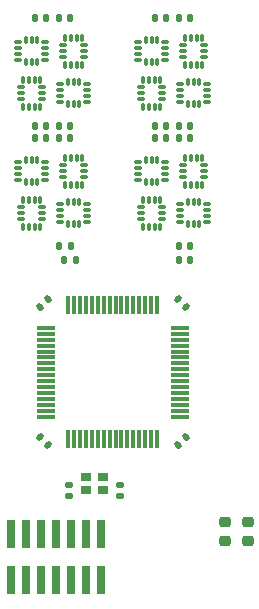
<source format=gbr>
%TF.GenerationSoftware,KiCad,Pcbnew,8.0.3-8.0.3-0~ubuntu22.04.1*%
%TF.CreationDate,2024-07-27T12:22:20+09:00*%
%TF.ProjectId,IMUModule_STM32,494d554d-6f64-4756-9c65-5f53544d3332,rev?*%
%TF.SameCoordinates,Original*%
%TF.FileFunction,Paste,Top*%
%TF.FilePolarity,Positive*%
%FSLAX46Y46*%
G04 Gerber Fmt 4.6, Leading zero omitted, Abs format (unit mm)*
G04 Created by KiCad (PCBNEW 8.0.3-8.0.3-0~ubuntu22.04.1) date 2024-07-27 12:22:20*
%MOMM*%
%LPD*%
G01*
G04 APERTURE LIST*
G04 Aperture macros list*
%AMRoundRect*
0 Rectangle with rounded corners*
0 $1 Rounding radius*
0 $2 $3 $4 $5 $6 $7 $8 $9 X,Y pos of 4 corners*
0 Add a 4 corners polygon primitive as box body*
4,1,4,$2,$3,$4,$5,$6,$7,$8,$9,$2,$3,0*
0 Add four circle primitives for the rounded corners*
1,1,$1+$1,$2,$3*
1,1,$1+$1,$4,$5*
1,1,$1+$1,$6,$7*
1,1,$1+$1,$8,$9*
0 Add four rect primitives between the rounded corners*
20,1,$1+$1,$2,$3,$4,$5,0*
20,1,$1+$1,$4,$5,$6,$7,0*
20,1,$1+$1,$6,$7,$8,$9,0*
20,1,$1+$1,$8,$9,$2,$3,0*%
G04 Aperture macros list end*
%ADD10RoundRect,0.087500X-0.225000X-0.087500X0.225000X-0.087500X0.225000X0.087500X-0.225000X0.087500X0*%
%ADD11RoundRect,0.087500X-0.087500X-0.225000X0.087500X-0.225000X0.087500X0.225000X-0.087500X0.225000X0*%
%ADD12RoundRect,0.140000X-0.140000X-0.170000X0.140000X-0.170000X0.140000X0.170000X-0.140000X0.170000X0*%
%ADD13RoundRect,0.140000X0.140000X0.170000X-0.140000X0.170000X-0.140000X-0.170000X0.140000X-0.170000X0*%
%ADD14R,0.900000X0.800000*%
%ADD15RoundRect,0.140000X-0.170000X0.140000X-0.170000X-0.140000X0.170000X-0.140000X0.170000X0.140000X0*%
%ADD16RoundRect,0.218750X0.256250X-0.218750X0.256250X0.218750X-0.256250X0.218750X-0.256250X-0.218750X0*%
%ADD17R,0.740000X2.400000*%
%ADD18RoundRect,0.087500X-0.087500X0.225000X-0.087500X-0.225000X0.087500X-0.225000X0.087500X0.225000X0*%
%ADD19RoundRect,0.087500X-0.225000X0.087500X-0.225000X-0.087500X0.225000X-0.087500X0.225000X0.087500X0*%
%ADD20RoundRect,0.075000X0.075000X-0.700000X0.075000X0.700000X-0.075000X0.700000X-0.075000X-0.700000X0*%
%ADD21RoundRect,0.075000X0.700000X-0.075000X0.700000X0.075000X-0.700000X0.075000X-0.700000X-0.075000X0*%
%ADD22RoundRect,0.087500X0.087500X-0.225000X0.087500X0.225000X-0.087500X0.225000X-0.087500X-0.225000X0*%
%ADD23RoundRect,0.087500X0.225000X-0.087500X0.225000X0.087500X-0.225000X0.087500X-0.225000X-0.087500X0*%
%ADD24RoundRect,0.087500X0.225000X0.087500X-0.225000X0.087500X-0.225000X-0.087500X0.225000X-0.087500X0*%
%ADD25RoundRect,0.087500X0.087500X0.225000X-0.087500X0.225000X-0.087500X-0.225000X0.087500X-0.225000X0*%
%ADD26RoundRect,0.140000X0.170000X-0.140000X0.170000X0.140000X-0.170000X0.140000X-0.170000X-0.140000X0*%
%ADD27RoundRect,0.140000X-0.219203X-0.021213X-0.021213X-0.219203X0.219203X0.021213X0.021213X0.219203X0*%
%ADD28RoundRect,0.140000X0.021213X-0.219203X0.219203X-0.021213X-0.021213X0.219203X-0.219203X0.021213X0*%
G04 APERTURE END LIST*
D10*
%TO.C,U5*%
X14839500Y-13982000D03*
X14839500Y-14482000D03*
X14839500Y-14982000D03*
X14839500Y-15482000D03*
D11*
X15502000Y-15644500D03*
X16002000Y-15644500D03*
X16502000Y-15644500D03*
D10*
X17164500Y-15482000D03*
X17164500Y-14982000D03*
X17164500Y-14482000D03*
X17164500Y-13982000D03*
D11*
X16502000Y-13819500D03*
X16002000Y-13819500D03*
X15502000Y-13819500D03*
%TD*%
D12*
%TO.C,C24*%
X6124000Y-11938000D03*
X7084000Y-11938000D03*
%TD*%
D13*
%TO.C,C26*%
X9116000Y-11938000D03*
X8156000Y-11938000D03*
%TD*%
D14*
%TO.C,Y1*%
X10476000Y-41698000D03*
X11876000Y-41698000D03*
X11876000Y-40598000D03*
X10476000Y-40598000D03*
%TD*%
D10*
%TO.C,U13*%
X4679500Y-3822000D03*
X4679500Y-4322000D03*
X4679500Y-4822000D03*
X4679500Y-5322000D03*
D11*
X5342000Y-5484500D03*
X5842000Y-5484500D03*
X6342000Y-5484500D03*
D10*
X7004500Y-5322000D03*
X7004500Y-4822000D03*
X7004500Y-4322000D03*
X7004500Y-3822000D03*
D11*
X6342000Y-3659500D03*
X5842000Y-3659500D03*
X5342000Y-3659500D03*
%TD*%
D10*
%TO.C,U1*%
X14839500Y-3822000D03*
X14839500Y-4322000D03*
X14839500Y-4822000D03*
X14839500Y-5322000D03*
D11*
X15502000Y-5484500D03*
X16002000Y-5484500D03*
X16502000Y-5484500D03*
D10*
X17164500Y-5322000D03*
X17164500Y-4822000D03*
X17164500Y-4322000D03*
X17164500Y-3822000D03*
D11*
X16502000Y-3659500D03*
X16002000Y-3659500D03*
X15502000Y-3659500D03*
%TD*%
D12*
%TO.C,C29*%
X6124000Y-10922000D03*
X7084000Y-10922000D03*
%TD*%
D15*
%TO.C,C1*%
X9017000Y-41303000D03*
X9017000Y-42263000D03*
%TD*%
D16*
%TO.C,D3*%
X22225000Y-45999500D03*
X22225000Y-44424500D03*
%TD*%
D13*
%TO.C,C31*%
X9116000Y-10922000D03*
X8156000Y-10922000D03*
%TD*%
D17*
%TO.C,J1*%
X4064000Y-49366000D03*
X4064000Y-45466000D03*
X5334000Y-49366000D03*
X5334000Y-45466000D03*
X6604000Y-49366000D03*
X6604000Y-45466000D03*
X7874000Y-49366000D03*
X7874000Y-45466000D03*
X9144000Y-49366000D03*
X9144000Y-45466000D03*
X10414000Y-49366000D03*
X10414000Y-45466000D03*
X11684000Y-49366000D03*
X11684000Y-45466000D03*
%TD*%
D13*
%TO.C,C21*%
X19276000Y-22225000D03*
X18316000Y-22225000D03*
%TD*%
D18*
%TO.C,U2*%
X20308000Y-3409500D03*
X19808000Y-3409500D03*
X19308000Y-3409500D03*
X18808000Y-3409500D03*
D19*
X18645500Y-4072000D03*
X18645500Y-4572000D03*
X18645500Y-5072000D03*
D18*
X18808000Y-5734500D03*
X19308000Y-5734500D03*
X19808000Y-5734500D03*
X20308000Y-5734500D03*
D19*
X20470500Y-5072000D03*
X20470500Y-4572000D03*
X20470500Y-4072000D03*
%TD*%
D12*
%TO.C,C28*%
X6124000Y-1778000D03*
X7084000Y-1778000D03*
%TD*%
%TO.C,C19*%
X16284000Y-10922000D03*
X17244000Y-10922000D03*
%TD*%
D20*
%TO.C,U33*%
X8950000Y-37425000D03*
X9450000Y-37425000D03*
X9950000Y-37425000D03*
X10450000Y-37425000D03*
X10950000Y-37425000D03*
X11450000Y-37425000D03*
X11950000Y-37425000D03*
X12450000Y-37425000D03*
X12950000Y-37425000D03*
X13450000Y-37425000D03*
X13950000Y-37425000D03*
X14450000Y-37425000D03*
X14950000Y-37425000D03*
X15450000Y-37425000D03*
X15950000Y-37425000D03*
X16450000Y-37425000D03*
D21*
X18375000Y-35500000D03*
X18375000Y-35000000D03*
X18375000Y-34500000D03*
X18375000Y-34000000D03*
X18375000Y-33500000D03*
X18375000Y-33000000D03*
X18375000Y-32500000D03*
X18375000Y-32000000D03*
X18375000Y-31500000D03*
X18375000Y-31000000D03*
X18375000Y-30500000D03*
X18375000Y-30000000D03*
X18375000Y-29500000D03*
X18375000Y-29000000D03*
X18375000Y-28500000D03*
X18375000Y-28000000D03*
D20*
X16450000Y-26075000D03*
X15950000Y-26075000D03*
X15450000Y-26075000D03*
X14950000Y-26075000D03*
X14450000Y-26075000D03*
X13950000Y-26075000D03*
X13450000Y-26075000D03*
X12950000Y-26075000D03*
X12450000Y-26075000D03*
X11950000Y-26075000D03*
X11450000Y-26075000D03*
X10950000Y-26075000D03*
X10450000Y-26075000D03*
X9950000Y-26075000D03*
X9450000Y-26075000D03*
X8950000Y-26075000D03*
D21*
X7025000Y-28000000D03*
X7025000Y-28500000D03*
X7025000Y-29000000D03*
X7025000Y-29500000D03*
X7025000Y-30000000D03*
X7025000Y-30500000D03*
X7025000Y-31000000D03*
X7025000Y-31500000D03*
X7025000Y-32000000D03*
X7025000Y-32500000D03*
X7025000Y-33000000D03*
X7025000Y-33500000D03*
X7025000Y-34000000D03*
X7025000Y-34500000D03*
X7025000Y-35000000D03*
X7025000Y-35500000D03*
%TD*%
D22*
%TO.C,U4*%
X15252000Y-9290500D03*
X15752000Y-9290500D03*
X16252000Y-9290500D03*
X16752000Y-9290500D03*
D23*
X16914500Y-8628000D03*
X16914500Y-8128000D03*
X16914500Y-7628000D03*
D22*
X16752000Y-6965500D03*
X16252000Y-6965500D03*
X15752000Y-6965500D03*
X15252000Y-6965500D03*
D23*
X15089500Y-7628000D03*
X15089500Y-8128000D03*
X15089500Y-8628000D03*
%TD*%
D18*
%TO.C,U12*%
X10148000Y-13569500D03*
X9648000Y-13569500D03*
X9148000Y-13569500D03*
X8648000Y-13569500D03*
D19*
X8485500Y-14232000D03*
X8485500Y-14732000D03*
X8485500Y-15232000D03*
D18*
X8648000Y-15894500D03*
X9148000Y-15894500D03*
X9648000Y-15894500D03*
X10148000Y-15894500D03*
D19*
X10310500Y-15232000D03*
X10310500Y-14732000D03*
X10310500Y-14232000D03*
%TD*%
D22*
%TO.C,U14*%
X5092000Y-9290500D03*
X5592000Y-9290500D03*
X6092000Y-9290500D03*
X6592000Y-9290500D03*
D23*
X6754500Y-8628000D03*
X6754500Y-8128000D03*
X6754500Y-7628000D03*
D22*
X6592000Y-6965500D03*
X6092000Y-6965500D03*
X5592000Y-6965500D03*
X5092000Y-6965500D03*
D23*
X4929500Y-7628000D03*
X4929500Y-8128000D03*
X4929500Y-8628000D03*
%TD*%
D24*
%TO.C,U15*%
X10560500Y-8878000D03*
X10560500Y-8378000D03*
X10560500Y-7878000D03*
X10560500Y-7378000D03*
D25*
X9898000Y-7215500D03*
X9398000Y-7215500D03*
X8898000Y-7215500D03*
D24*
X8235500Y-7378000D03*
X8235500Y-7878000D03*
X8235500Y-8378000D03*
X8235500Y-8878000D03*
D25*
X8898000Y-9040500D03*
X9398000Y-9040500D03*
X9898000Y-9040500D03*
%TD*%
D13*
%TO.C,C23*%
X19276000Y-21082000D03*
X18316000Y-21082000D03*
%TD*%
%TO.C,C15*%
X19276000Y-10922000D03*
X18316000Y-10922000D03*
%TD*%
D10*
%TO.C,U9*%
X4679500Y-13982000D03*
X4679500Y-14482000D03*
X4679500Y-14982000D03*
X4679500Y-15482000D03*
D11*
X5342000Y-15644500D03*
X5842000Y-15644500D03*
X6342000Y-15644500D03*
D10*
X7004500Y-15482000D03*
X7004500Y-14982000D03*
X7004500Y-14482000D03*
X7004500Y-13982000D03*
D11*
X6342000Y-13819500D03*
X5842000Y-13819500D03*
X5342000Y-13819500D03*
%TD*%
D12*
%TO.C,C20*%
X16284000Y-11938000D03*
X17244000Y-11938000D03*
%TD*%
D22*
%TO.C,U10*%
X5092000Y-19450500D03*
X5592000Y-19450500D03*
X6092000Y-19450500D03*
X6592000Y-19450500D03*
D23*
X6754500Y-18788000D03*
X6754500Y-18288000D03*
X6754500Y-17788000D03*
D22*
X6592000Y-17125500D03*
X6092000Y-17125500D03*
X5592000Y-17125500D03*
X5092000Y-17125500D03*
D23*
X4929500Y-17788000D03*
X4929500Y-18288000D03*
X4929500Y-18788000D03*
%TD*%
D24*
%TO.C,U11*%
X10560500Y-19038000D03*
X10560500Y-18538000D03*
X10560500Y-18038000D03*
X10560500Y-17538000D03*
D25*
X9898000Y-17375500D03*
X9398000Y-17375500D03*
X8898000Y-17375500D03*
D24*
X8235500Y-17538000D03*
X8235500Y-18038000D03*
X8235500Y-18538000D03*
X8235500Y-19038000D03*
D25*
X8898000Y-19200500D03*
X9398000Y-19200500D03*
X9898000Y-19200500D03*
%TD*%
D12*
%TO.C,C14*%
X16284000Y-1778000D03*
X17244000Y-1778000D03*
%TD*%
D24*
%TO.C,U7*%
X20720500Y-19038000D03*
X20720500Y-18538000D03*
X20720500Y-18038000D03*
X20720500Y-17538000D03*
D25*
X20058000Y-17375500D03*
X19558000Y-17375500D03*
X19058000Y-17375500D03*
D24*
X18395500Y-17538000D03*
X18395500Y-18038000D03*
X18395500Y-18538000D03*
X18395500Y-19038000D03*
D25*
X19058000Y-19200500D03*
X19558000Y-19200500D03*
X20058000Y-19200500D03*
%TD*%
D13*
%TO.C,C22*%
X19276000Y-11938000D03*
X18316000Y-11938000D03*
%TD*%
D26*
%TO.C,C2*%
X13335000Y-42263000D03*
X13335000Y-41303000D03*
%TD*%
D27*
%TO.C,C10*%
X18202589Y-25568589D03*
X18881411Y-26247411D03*
%TD*%
D16*
%TO.C,D2*%
X24130000Y-45999500D03*
X24130000Y-44424500D03*
%TD*%
D13*
%TO.C,C30*%
X9116000Y-1778000D03*
X8156000Y-1778000D03*
%TD*%
%TO.C,C27*%
X9144000Y-21082000D03*
X8184000Y-21082000D03*
%TD*%
D28*
%TO.C,C13*%
X18202589Y-37931411D03*
X18881411Y-37252589D03*
%TD*%
D13*
%TO.C,C25*%
X9573200Y-22250400D03*
X8613200Y-22250400D03*
%TD*%
D28*
%TO.C,C11*%
X6518589Y-26247411D03*
X7197411Y-25568589D03*
%TD*%
D18*
%TO.C,U16*%
X10148000Y-3409500D03*
X9648000Y-3409500D03*
X9148000Y-3409500D03*
X8648000Y-3409500D03*
D19*
X8485500Y-4072000D03*
X8485500Y-4572000D03*
X8485500Y-5072000D03*
D18*
X8648000Y-5734500D03*
X9148000Y-5734500D03*
X9648000Y-5734500D03*
X10148000Y-5734500D03*
D19*
X10310500Y-5072000D03*
X10310500Y-4572000D03*
X10310500Y-4072000D03*
%TD*%
D27*
%TO.C,C9*%
X6518589Y-37252589D03*
X7197411Y-37931411D03*
%TD*%
D13*
%TO.C,C18*%
X19276000Y-1778000D03*
X18316000Y-1778000D03*
%TD*%
D22*
%TO.C,U6*%
X15252000Y-19450500D03*
X15752000Y-19450500D03*
X16252000Y-19450500D03*
X16752000Y-19450500D03*
D23*
X16914500Y-18788000D03*
X16914500Y-18288000D03*
X16914500Y-17788000D03*
D22*
X16752000Y-17125500D03*
X16252000Y-17125500D03*
X15752000Y-17125500D03*
X15252000Y-17125500D03*
D23*
X15089500Y-17788000D03*
X15089500Y-18288000D03*
X15089500Y-18788000D03*
%TD*%
D18*
%TO.C,U8*%
X20308000Y-13569500D03*
X19808000Y-13569500D03*
X19308000Y-13569500D03*
X18808000Y-13569500D03*
D19*
X18645500Y-14232000D03*
X18645500Y-14732000D03*
X18645500Y-15232000D03*
D18*
X18808000Y-15894500D03*
X19308000Y-15894500D03*
X19808000Y-15894500D03*
X20308000Y-15894500D03*
D19*
X20470500Y-15232000D03*
X20470500Y-14732000D03*
X20470500Y-14232000D03*
%TD*%
D24*
%TO.C,U3*%
X20720500Y-8878000D03*
X20720500Y-8378000D03*
X20720500Y-7878000D03*
X20720500Y-7378000D03*
D25*
X20058000Y-7215500D03*
X19558000Y-7215500D03*
X19058000Y-7215500D03*
D24*
X18395500Y-7378000D03*
X18395500Y-7878000D03*
X18395500Y-8378000D03*
X18395500Y-8878000D03*
D25*
X19058000Y-9040500D03*
X19558000Y-9040500D03*
X20058000Y-9040500D03*
%TD*%
M02*

</source>
